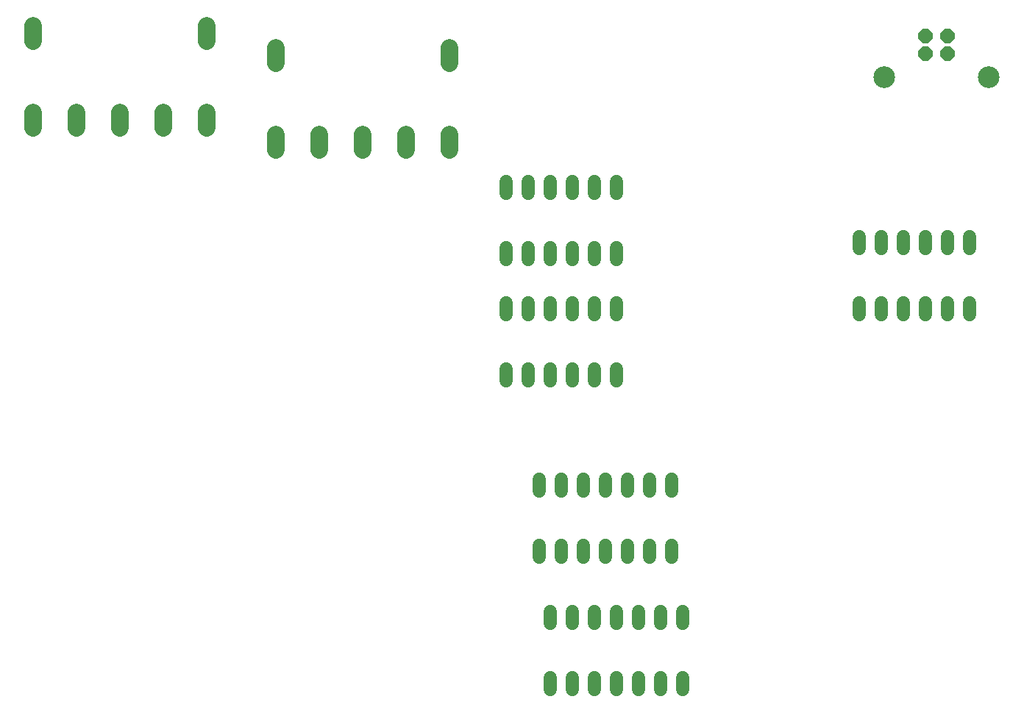
<source format=gbr>
G04 EAGLE Gerber RS-274X export*
G75*
%MOMM*%
%FSLAX34Y34*%
%LPD*%
%INSoldermask Bottom*%
%IPPOS*%
%AMOC8*
5,1,8,0,0,1.08239X$1,22.5*%
G01*
%ADD10P,1.798066X8X22.500000*%
%ADD11C,2.503200*%
%ADD12C,1.524000*%
%ADD13C,2.003200*%


D10*
X1282500Y783700D03*
X1257500Y783700D03*
X1257500Y763700D03*
X1282500Y763700D03*
D11*
X1209800Y736600D03*
X1330200Y736600D03*
D12*
X1181100Y476504D02*
X1181100Y463296D01*
X1206500Y463296D02*
X1206500Y476504D01*
X1231900Y476504D02*
X1231900Y463296D01*
X1257300Y463296D02*
X1257300Y476504D01*
X1282700Y476504D02*
X1282700Y463296D01*
X1308100Y463296D02*
X1308100Y476504D01*
X1308100Y539496D02*
X1308100Y552704D01*
X1282700Y552704D02*
X1282700Y539496D01*
X1257300Y539496D02*
X1257300Y552704D01*
X1231900Y552704D02*
X1231900Y539496D01*
X1206500Y539496D02*
X1206500Y552704D01*
X1181100Y552704D02*
X1181100Y539496D01*
X774700Y540004D02*
X774700Y526796D01*
X800100Y526796D02*
X800100Y540004D01*
X825500Y540004D02*
X825500Y526796D01*
X850900Y526796D02*
X850900Y540004D01*
X876300Y540004D02*
X876300Y526796D01*
X901700Y526796D02*
X901700Y540004D01*
X901700Y602996D02*
X901700Y616204D01*
X876300Y616204D02*
X876300Y602996D01*
X850900Y602996D02*
X850900Y616204D01*
X825500Y616204D02*
X825500Y602996D01*
X800100Y602996D02*
X800100Y616204D01*
X774700Y616204D02*
X774700Y602996D01*
X774700Y400304D02*
X774700Y387096D01*
X800100Y387096D02*
X800100Y400304D01*
X825500Y400304D02*
X825500Y387096D01*
X850900Y387096D02*
X850900Y400304D01*
X876300Y400304D02*
X876300Y387096D01*
X901700Y387096D02*
X901700Y400304D01*
X901700Y463296D02*
X901700Y476504D01*
X876300Y476504D02*
X876300Y463296D01*
X850900Y463296D02*
X850900Y476504D01*
X825500Y476504D02*
X825500Y463296D01*
X800100Y463296D02*
X800100Y476504D01*
X774700Y476504D02*
X774700Y463296D01*
X812800Y197104D02*
X812800Y183896D01*
X838200Y183896D02*
X838200Y197104D01*
X965200Y197104D02*
X965200Y183896D01*
X965200Y260096D02*
X965200Y273304D01*
X863600Y197104D02*
X863600Y183896D01*
X889000Y183896D02*
X889000Y197104D01*
X939800Y197104D02*
X939800Y183896D01*
X914400Y183896D02*
X914400Y197104D01*
X939800Y260096D02*
X939800Y273304D01*
X914400Y273304D02*
X914400Y260096D01*
X889000Y260096D02*
X889000Y273304D01*
X863600Y273304D02*
X863600Y260096D01*
X838200Y260096D02*
X838200Y273304D01*
X812800Y273304D02*
X812800Y260096D01*
X825500Y44704D02*
X825500Y31496D01*
X850900Y31496D02*
X850900Y44704D01*
X977900Y44704D02*
X977900Y31496D01*
X977900Y107696D02*
X977900Y120904D01*
X876300Y44704D02*
X876300Y31496D01*
X901700Y31496D02*
X901700Y44704D01*
X952500Y44704D02*
X952500Y31496D01*
X927100Y31496D02*
X927100Y44704D01*
X952500Y107696D02*
X952500Y120904D01*
X927100Y120904D02*
X927100Y107696D01*
X901700Y107696D02*
X901700Y120904D01*
X876300Y120904D02*
X876300Y107696D01*
X850900Y107696D02*
X850900Y120904D01*
X825500Y120904D02*
X825500Y107696D01*
D13*
X559600Y652900D02*
X559600Y670900D01*
X609600Y670900D02*
X609600Y652900D01*
X659600Y652900D02*
X659600Y670900D01*
X509600Y670900D02*
X509600Y652900D01*
X709600Y652900D02*
X709600Y670900D01*
X709600Y752900D02*
X709600Y770900D01*
X509600Y770900D02*
X509600Y752900D01*
X280200Y696300D02*
X280200Y678300D01*
X330200Y678300D02*
X330200Y696300D01*
X380200Y696300D02*
X380200Y678300D01*
X230200Y678300D02*
X230200Y696300D01*
X430200Y696300D02*
X430200Y678300D01*
X430200Y778300D02*
X430200Y796300D01*
X230200Y796300D02*
X230200Y778300D01*
M02*

</source>
